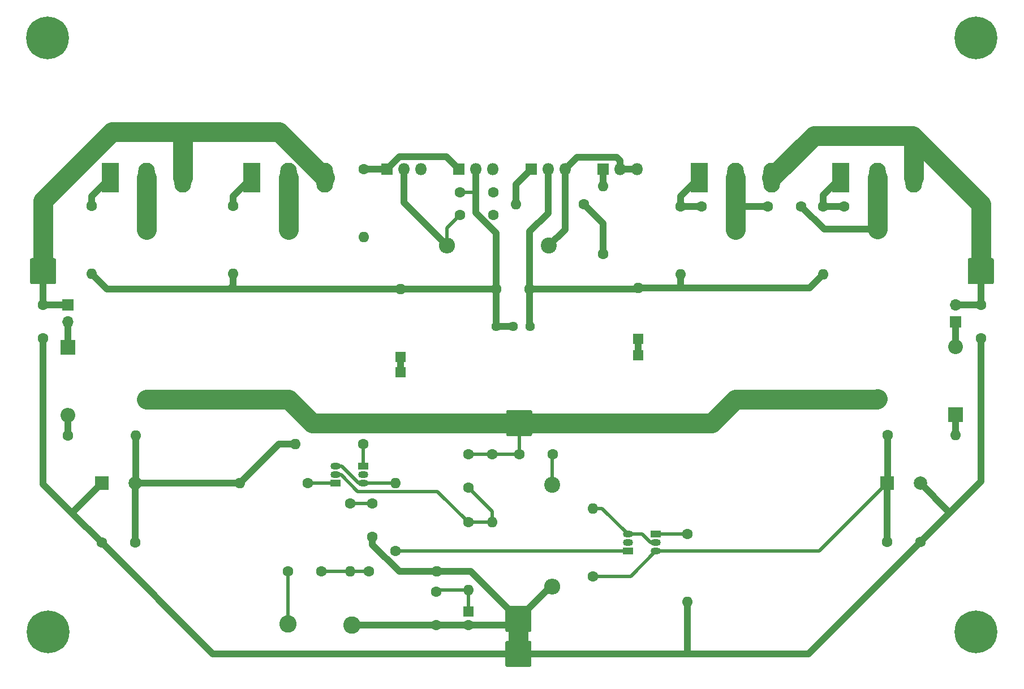
<source format=gbr>
G04 #@! TF.GenerationSoftware,KiCad,Pcbnew,(5.1.10-1-10_14)*
G04 #@! TF.CreationDate,2021-11-16T13:20:34+01:00*
G04 #@! TF.ProjectId,amp-mosfet-160w,616d702d-6d6f-4736-9665-742d31363077,rev?*
G04 #@! TF.SameCoordinates,Original*
G04 #@! TF.FileFunction,Copper,L2,Bot*
G04 #@! TF.FilePolarity,Positive*
%FSLAX46Y46*%
G04 Gerber Fmt 4.6, Leading zero omitted, Abs format (unit mm)*
G04 Created by KiCad (PCBNEW (5.1.10-1-10_14)) date 2021-11-16 13:20:34*
%MOMM*%
%LPD*%
G01*
G04 APERTURE LIST*
G04 #@! TA.AperFunction,ComponentPad*
%ADD10C,1.600000*%
G04 #@! TD*
G04 #@! TA.AperFunction,ComponentPad*
%ADD11C,1.440000*%
G04 #@! TD*
G04 #@! TA.AperFunction,ComponentPad*
%ADD12O,2.400000X2.400000*%
G04 #@! TD*
G04 #@! TA.AperFunction,ComponentPad*
%ADD13C,2.400000*%
G04 #@! TD*
G04 #@! TA.AperFunction,ComponentPad*
%ADD14O,1.600000X1.600000*%
G04 #@! TD*
G04 #@! TA.AperFunction,ComponentPad*
%ADD15O,2.500000X4.500000*%
G04 #@! TD*
G04 #@! TA.AperFunction,ComponentPad*
%ADD16R,2.500000X4.500000*%
G04 #@! TD*
G04 #@! TA.AperFunction,ComponentPad*
%ADD17O,1.800000X1.800000*%
G04 #@! TD*
G04 #@! TA.AperFunction,ComponentPad*
%ADD18R,1.800000X1.800000*%
G04 #@! TD*
G04 #@! TA.AperFunction,ComponentPad*
%ADD19R,1.500000X1.050000*%
G04 #@! TD*
G04 #@! TA.AperFunction,ComponentPad*
%ADD20O,1.500000X1.050000*%
G04 #@! TD*
G04 #@! TA.AperFunction,ComponentPad*
%ADD21C,0.800000*%
G04 #@! TD*
G04 #@! TA.AperFunction,ComponentPad*
%ADD22C,6.400000*%
G04 #@! TD*
G04 #@! TA.AperFunction,ComponentPad*
%ADD23O,1.700000X1.700000*%
G04 #@! TD*
G04 #@! TA.AperFunction,ComponentPad*
%ADD24R,1.700000X1.700000*%
G04 #@! TD*
G04 #@! TA.AperFunction,ComponentPad*
%ADD25C,2.600000*%
G04 #@! TD*
G04 #@! TA.AperFunction,ComponentPad*
%ADD26O,2.200000X2.200000*%
G04 #@! TD*
G04 #@! TA.AperFunction,ComponentPad*
%ADD27R,2.200000X2.200000*%
G04 #@! TD*
G04 #@! TA.AperFunction,ComponentPad*
%ADD28R,1.600000X1.600000*%
G04 #@! TD*
G04 #@! TA.AperFunction,ComponentPad*
%ADD29C,2.000000*%
G04 #@! TD*
G04 #@! TA.AperFunction,ComponentPad*
%ADD30R,2.000000X2.000000*%
G04 #@! TD*
G04 #@! TA.AperFunction,Conductor*
%ADD31C,0.500000*%
G04 #@! TD*
G04 #@! TA.AperFunction,Conductor*
%ADD32C,1.000000*%
G04 #@! TD*
G04 #@! TA.AperFunction,Conductor*
%ADD33C,3.000000*%
G04 #@! TD*
G04 APERTURE END LIST*
D10*
X64897000Y-82550000D03*
X64897000Y-87550000D03*
X205232000Y-87550000D03*
X205232000Y-82550000D03*
D11*
X132715000Y-85725000D03*
X135255000Y-85725000D03*
X137795000Y-85725000D03*
D12*
X189738000Y-96583500D03*
D13*
X189738000Y-71183500D03*
D12*
X168529000Y-96647000D03*
D13*
X168529000Y-71247000D03*
D14*
X160274000Y-77914500D03*
D10*
X160274000Y-67754500D03*
D14*
X181673500Y-77978000D03*
D10*
X181673500Y-67818000D03*
D14*
X135636000Y-67437000D03*
D10*
X145796000Y-67437000D03*
D12*
X141097000Y-124714000D03*
D13*
X141097000Y-109474000D03*
D14*
X78740000Y-102108000D03*
D10*
X68580000Y-102108000D03*
D14*
X201422000Y-101981000D03*
D10*
X191262000Y-101981000D03*
D12*
X101600000Y-71247000D03*
D13*
X101600000Y-96647000D03*
D12*
X80391000Y-71247000D03*
D13*
X80391000Y-96647000D03*
D14*
X93345000Y-77851000D03*
D10*
X93345000Y-67691000D03*
D14*
X72136000Y-77851000D03*
D10*
X72136000Y-67691000D03*
D14*
X112903000Y-72390000D03*
D10*
X112903000Y-62230000D03*
D14*
X132080000Y-115062000D03*
D10*
X132080000Y-104902000D03*
D14*
X128524000Y-125222000D03*
D10*
X128524000Y-115062000D03*
D12*
X125349000Y-73660000D03*
D13*
X140589000Y-73660000D03*
D14*
X148717000Y-64770000D03*
D10*
X148717000Y-74930000D03*
D14*
X94361000Y-109220000D03*
D10*
X104521000Y-109220000D03*
D14*
X117602000Y-109220000D03*
D10*
X117602000Y-119380000D03*
D14*
X147193000Y-112966500D03*
D10*
X147193000Y-123126500D03*
D14*
X102616000Y-103378000D03*
D10*
X112776000Y-103378000D03*
D14*
X161290000Y-127000000D03*
D10*
X161290000Y-116840000D03*
D14*
X110871000Y-122428000D03*
D10*
X110871000Y-112268000D03*
D14*
X123825000Y-122428000D03*
D10*
X113665000Y-122428000D03*
D15*
X195177000Y-63500000D03*
X189727000Y-63500000D03*
D16*
X184277000Y-63500000D03*
D15*
X107039000Y-63500000D03*
X101589000Y-63500000D03*
D16*
X96139000Y-63500000D03*
D17*
X132207000Y-62230000D03*
X129667000Y-62230000D03*
D18*
X127127000Y-62230000D03*
D17*
X143002000Y-62230000D03*
X140462000Y-62230000D03*
D18*
X137922000Y-62230000D03*
D19*
X108648500Y-109220000D03*
D20*
X108648500Y-106680000D03*
X108648500Y-107950000D03*
D19*
X152400000Y-119380000D03*
D20*
X152400000Y-116840000D03*
X152400000Y-118110000D03*
D19*
X156591000Y-116840000D03*
D20*
X156591000Y-119380000D03*
X156591000Y-118110000D03*
D15*
X173968000Y-63500000D03*
X168518000Y-63500000D03*
D16*
X163068000Y-63500000D03*
D15*
X85830000Y-63500000D03*
X80380000Y-63500000D03*
D16*
X74930000Y-63500000D03*
D17*
X153797000Y-62230000D03*
X151257000Y-62230000D03*
D18*
X148717000Y-62230000D03*
D17*
X121412000Y-62230000D03*
X118872000Y-62230000D03*
D18*
X116332000Y-62230000D03*
D19*
X112776000Y-106680000D03*
D20*
X112776000Y-109220000D03*
X112776000Y-107950000D03*
D21*
X206167056Y-129747944D03*
X204470000Y-129045000D03*
X202772944Y-129747944D03*
X202070000Y-131445000D03*
X202772944Y-133142056D03*
X204470000Y-133845000D03*
X206167056Y-133142056D03*
X206870000Y-131445000D03*
D22*
X204470000Y-131445000D03*
D21*
X67310000Y-129747944D03*
X65612944Y-129045000D03*
X63915888Y-129747944D03*
X63212944Y-131445000D03*
X63915888Y-133142056D03*
X65612944Y-133845000D03*
X67310000Y-133142056D03*
X68012944Y-131445000D03*
D22*
X65612944Y-131445000D03*
D21*
X206167056Y-40847944D03*
X204470000Y-40145000D03*
X202772944Y-40847944D03*
X202070000Y-42545000D03*
X202772944Y-44242056D03*
X204470000Y-44945000D03*
X206167056Y-44242056D03*
X206870000Y-42545000D03*
D22*
X204470000Y-42545000D03*
D21*
X67229056Y-40847944D03*
X65532000Y-40145000D03*
X63834944Y-40847944D03*
X63132000Y-42545000D03*
X63834944Y-44242056D03*
X65532000Y-44945000D03*
X67229056Y-44242056D03*
X67932000Y-42545000D03*
D22*
X65532000Y-42545000D03*
D23*
X68580000Y-85090000D03*
D24*
X68580000Y-82550000D03*
D23*
X201422000Y-82550000D03*
D24*
X201422000Y-85090000D03*
G04 #@! TA.AperFunction,ComponentPad*
G36*
G01*
X134067000Y-136446999D02*
X134067000Y-133047001D01*
G75*
G02*
X134317001Y-132797000I250001J0D01*
G01*
X137716999Y-132797000D01*
G75*
G02*
X137967000Y-133047001I0J-250001D01*
G01*
X137967000Y-136446999D01*
G75*
G02*
X137716999Y-136697000I-250001J0D01*
G01*
X134317001Y-136697000D01*
G75*
G02*
X134067000Y-136446999I0J250001D01*
G01*
G37*
G04 #@! TD.AperFunction*
G04 #@! TA.AperFunction,ComponentPad*
G36*
G01*
X134067000Y-131239999D02*
X134067000Y-127840001D01*
G75*
G02*
X134317001Y-127590000I250001J0D01*
G01*
X137716999Y-127590000D01*
G75*
G02*
X137967000Y-127840001I0J-250001D01*
G01*
X137967000Y-131239999D01*
G75*
G02*
X137716999Y-131490000I-250001J0D01*
G01*
X134317001Y-131490000D01*
G75*
G02*
X134067000Y-131239999I0J250001D01*
G01*
G37*
G04 #@! TD.AperFunction*
G04 #@! TA.AperFunction,ComponentPad*
G36*
G01*
X134194000Y-101902999D02*
X134194000Y-98503001D01*
G75*
G02*
X134444001Y-98253000I250001J0D01*
G01*
X137843999Y-98253000D01*
G75*
G02*
X138094000Y-98503001I0J-250001D01*
G01*
X138094000Y-101902999D01*
G75*
G02*
X137843999Y-102153000I-250001J0D01*
G01*
X134444001Y-102153000D01*
G75*
G02*
X134194000Y-101902999I0J250001D01*
G01*
G37*
G04 #@! TD.AperFunction*
G04 #@! TA.AperFunction,ComponentPad*
G36*
G01*
X62947000Y-79169999D02*
X62947000Y-75770001D01*
G75*
G02*
X63197001Y-75520000I250001J0D01*
G01*
X66596999Y-75520000D01*
G75*
G02*
X66847000Y-75770001I0J-250001D01*
G01*
X66847000Y-79169999D01*
G75*
G02*
X66596999Y-79420000I-250001J0D01*
G01*
X63197001Y-79420000D01*
G75*
G02*
X62947000Y-79169999I0J250001D01*
G01*
G37*
G04 #@! TD.AperFunction*
G04 #@! TA.AperFunction,ComponentPad*
G36*
G01*
X203282000Y-79169999D02*
X203282000Y-75770001D01*
G75*
G02*
X203532001Y-75520000I250001J0D01*
G01*
X206931999Y-75520000D01*
G75*
G02*
X207182000Y-75770001I0J-250001D01*
G01*
X207182000Y-79169999D01*
G75*
G02*
X206931999Y-79420000I-250001J0D01*
G01*
X203532001Y-79420000D01*
G75*
G02*
X203282000Y-79169999I0J250001D01*
G01*
G37*
G04 #@! TD.AperFunction*
D25*
X111125000Y-130429000D03*
X101536500Y-130238500D03*
D26*
X68580000Y-99060000D03*
D27*
X68580000Y-88900000D03*
D26*
X201422000Y-88773000D03*
D27*
X201422000Y-98933000D03*
D14*
X118364000Y-80137000D03*
D28*
X118364000Y-90297000D03*
D14*
X118364000Y-100203000D03*
D28*
X118364000Y-92583000D03*
D14*
X153924000Y-100203000D03*
D28*
X153924000Y-90043000D03*
D14*
X153924000Y-80010000D03*
D28*
X153924000Y-87630000D03*
D10*
X184738000Y-67818000D03*
X189738000Y-67818000D03*
X173355000Y-67754500D03*
X178355000Y-67754500D03*
X163465500Y-67754500D03*
X168465500Y-67754500D03*
X141144000Y-104902000D03*
X136144000Y-104902000D03*
D29*
X78660000Y-109220000D03*
D30*
X73660000Y-109220000D03*
D29*
X196198500Y-109220000D03*
D30*
X191198500Y-109220000D03*
D10*
X78660000Y-118110000D03*
X73660000Y-118110000D03*
X196198500Y-117983000D03*
X191198500Y-117983000D03*
X127254000Y-65659000D03*
X132254000Y-65659000D03*
X137715000Y-80137000D03*
X132715000Y-80137000D03*
X123698000Y-130412500D03*
X123698000Y-125412500D03*
X128524000Y-109902000D03*
X128524000Y-104902000D03*
X128524000Y-130429000D03*
D28*
X128524000Y-128429000D03*
D10*
X127254000Y-69088000D03*
X132254000Y-69088000D03*
X114173000Y-117268000D03*
X114173000Y-112268000D03*
X101553000Y-122428000D03*
X106553000Y-122428000D03*
D31*
X101536500Y-122444500D02*
X101553000Y-122428000D01*
X101536500Y-130238500D02*
X101536500Y-122444500D01*
X106553000Y-122428000D02*
X110871000Y-122428000D01*
X110871000Y-122428000D02*
X113665000Y-122428000D01*
D32*
X90297000Y-134747000D02*
X73660000Y-118110000D01*
X136017000Y-134747000D02*
X90297000Y-134747000D01*
D33*
X136017000Y-134747000D02*
X136017000Y-129540000D01*
D32*
X64897000Y-109347000D02*
X64897000Y-87550000D01*
X69215000Y-113665000D02*
X64897000Y-109347000D01*
X73660000Y-109220000D02*
X69215000Y-113665000D01*
X73660000Y-118110000D02*
X69215000Y-113665000D01*
X140843000Y-124714000D02*
X136017000Y-129540000D01*
X141097000Y-124714000D02*
X140843000Y-124714000D01*
X128905000Y-122428000D02*
X123825000Y-122428000D01*
X136017000Y-129540000D02*
X128905000Y-122428000D01*
X114173000Y-118399370D02*
X114173000Y-117268000D01*
X118201630Y-122428000D02*
X114173000Y-118399370D01*
X123825000Y-122428000D02*
X118201630Y-122428000D01*
X111141500Y-130222000D02*
X111125000Y-130238500D01*
X205232000Y-87550000D02*
X205232000Y-108949500D01*
X179434500Y-134747000D02*
X196198500Y-117983000D01*
X200366000Y-113387500D02*
X200366000Y-113815500D01*
X196198500Y-109220000D02*
X200366000Y-113387500D01*
X200366000Y-113815500D02*
X196198500Y-117983000D01*
X205232000Y-108949500D02*
X200366000Y-113815500D01*
X161290000Y-134556500D02*
X161480500Y-134747000D01*
X161290000Y-127000000D02*
X161290000Y-134556500D01*
X161480500Y-134747000D02*
X179434500Y-134747000D01*
X136017000Y-134747000D02*
X161480500Y-134747000D01*
X135128000Y-130429000D02*
X128524000Y-130429000D01*
X136017000Y-129540000D02*
X135128000Y-130429000D01*
X123714500Y-130429000D02*
X123698000Y-130412500D01*
X128524000Y-130429000D02*
X123714500Y-130429000D01*
X111141500Y-130412500D02*
X111125000Y-130429000D01*
X123698000Y-130412500D02*
X111141500Y-130412500D01*
D31*
X110871000Y-112268000D02*
X114173000Y-112268000D01*
D32*
X118872000Y-67183000D02*
X125349000Y-73660000D01*
X118872000Y-62230000D02*
X118872000Y-67183000D01*
D31*
X125349000Y-70993000D02*
X127254000Y-69088000D01*
X125349000Y-73660000D02*
X125349000Y-70993000D01*
D32*
X143002000Y-62230000D02*
X144780000Y-60452000D01*
X151257000Y-60957208D02*
X151257000Y-62230000D01*
X150751792Y-60452000D02*
X151257000Y-60957208D01*
X144780000Y-60452000D02*
X150751792Y-60452000D01*
X151257000Y-62230000D02*
X153797000Y-62230000D01*
X143002000Y-71247000D02*
X140589000Y-73660000D01*
X143002000Y-62230000D02*
X143002000Y-71247000D01*
D31*
X128524000Y-128429000D02*
X128524000Y-125222000D01*
X123888500Y-125222000D02*
X123698000Y-125412500D01*
X128524000Y-125222000D02*
X123888500Y-125222000D01*
X111983503Y-110470001D02*
X109463502Y-107950000D01*
X109463502Y-107950000D02*
X108648500Y-107950000D01*
X123932001Y-110470001D02*
X111983503Y-110470001D01*
X128524000Y-115062000D02*
X123932001Y-110470001D01*
X132080000Y-113458000D02*
X128524000Y-109902000D01*
X132080000Y-115062000D02*
X132080000Y-113458000D01*
X132080000Y-115062000D02*
X128524000Y-115062000D01*
D33*
X80391000Y-96647000D02*
X101600000Y-96647000D01*
X105156000Y-100203000D02*
X101600000Y-96647000D01*
X164973000Y-100203000D02*
X168529000Y-96647000D01*
X136144000Y-100203000D02*
X164973000Y-100203000D01*
X189674500Y-96647000D02*
X189738000Y-96583500D01*
X168529000Y-96647000D02*
X189674500Y-96647000D01*
D31*
X119253000Y-99314000D02*
X118364000Y-100203000D01*
D33*
X118364000Y-100203000D02*
X105156000Y-100203000D01*
X136144000Y-100203000D02*
X118364000Y-100203000D01*
D31*
X136144000Y-100203000D02*
X136144000Y-104902000D01*
X136144000Y-104902000D02*
X132080000Y-104902000D01*
X132080000Y-104902000D02*
X128524000Y-104902000D01*
X160210500Y-77851000D02*
X160274000Y-77914500D01*
X181610000Y-77914500D02*
X181673500Y-77978000D01*
D32*
X160337500Y-77978000D02*
X160274000Y-77914500D01*
X153797000Y-80137000D02*
X153924000Y-80010000D01*
X137715000Y-80137000D02*
X153797000Y-80137000D01*
X179641500Y-80010000D02*
X181673500Y-77978000D01*
X160274000Y-79883000D02*
X160147000Y-80010000D01*
X160274000Y-77914500D02*
X160274000Y-79883000D01*
X160147000Y-80010000D02*
X179641500Y-80010000D01*
X153924000Y-80010000D02*
X160147000Y-80010000D01*
X137715000Y-85645000D02*
X137795000Y-85725000D01*
X137715000Y-80137000D02*
X137715000Y-85645000D01*
X140462000Y-62230000D02*
X140462000Y-68770500D01*
X137715000Y-71517500D02*
X137715000Y-80137000D01*
X140462000Y-68770500D02*
X137715000Y-71517500D01*
X132715000Y-80137000D02*
X118364000Y-80137000D01*
X74422000Y-80137000D02*
X72136000Y-77851000D01*
X93345000Y-77851000D02*
X93345000Y-79629000D01*
X93345000Y-79629000D02*
X92837000Y-80137000D01*
X92837000Y-80137000D02*
X74422000Y-80137000D01*
X118364000Y-80137000D02*
X92837000Y-80137000D01*
X132715000Y-71769002D02*
X132715000Y-80137000D01*
X129667000Y-68721002D02*
X132715000Y-71769002D01*
X132715000Y-80137000D02*
X132715000Y-85725000D01*
X132715000Y-85725000D02*
X135255000Y-85725000D01*
X129667000Y-65659000D02*
X129667000Y-68721002D01*
X129667000Y-62230000D02*
X129667000Y-65659000D01*
D31*
X127254000Y-65659000D02*
X129667000Y-65659000D01*
D32*
X132254000Y-62277000D02*
X132207000Y-62230000D01*
D31*
X112776000Y-106680000D02*
X112776000Y-103378000D01*
D32*
X148717000Y-70358000D02*
X145796000Y-67437000D01*
X148717000Y-74930000D02*
X148717000Y-70358000D01*
X191262000Y-109156500D02*
X191198500Y-109220000D01*
X191262000Y-101981000D02*
X191262000Y-109156500D01*
X191198500Y-109220000D02*
X191198500Y-117983000D01*
D31*
X181038500Y-119380000D02*
X191198500Y-109220000D01*
X156591000Y-119380000D02*
X181038500Y-119380000D01*
X152844500Y-123126500D02*
X156591000Y-119380000D01*
X147193000Y-123126500D02*
X152844500Y-123126500D01*
D32*
X78740000Y-109140000D02*
X78660000Y-109220000D01*
X78740000Y-102108000D02*
X78740000Y-109140000D01*
X78660000Y-118110000D02*
X78660000Y-109220000D01*
X78660000Y-109220000D02*
X94361000Y-109220000D01*
X100203000Y-103378000D02*
X94361000Y-109220000D01*
X102616000Y-103378000D02*
X100203000Y-103378000D01*
D31*
X141097000Y-104949000D02*
X141144000Y-104902000D01*
X141097000Y-109474000D02*
X141097000Y-104949000D01*
D32*
X160274000Y-66294000D02*
X163068000Y-63500000D01*
X160274000Y-67754500D02*
X160274000Y-66294000D01*
X160274000Y-67754500D02*
X163465500Y-67754500D01*
D33*
X168518000Y-71236000D02*
X168529000Y-71247000D01*
X168518000Y-63500000D02*
X168518000Y-71236000D01*
D32*
X173355000Y-67754500D02*
X168465500Y-67754500D01*
D33*
X189727000Y-71172500D02*
X189738000Y-71183500D01*
X189727000Y-63500000D02*
X189727000Y-71172500D01*
D32*
X181784000Y-71183500D02*
X178355000Y-67754500D01*
X189738000Y-71183500D02*
X181784000Y-71183500D01*
X181673500Y-66103500D02*
X184277000Y-63500000D01*
X181673500Y-67818000D02*
X181673500Y-66103500D01*
X181673500Y-67818000D02*
X184738000Y-67818000D01*
X153924000Y-90043000D02*
X153924000Y-87630000D01*
X118364000Y-92583000D02*
X118364000Y-90297000D01*
X201422000Y-85090000D02*
X201422000Y-88773000D01*
X201422000Y-98933000D02*
X201422000Y-101981000D01*
X68580000Y-99060000D02*
X68580000Y-102108000D01*
X68580000Y-88900000D02*
X68580000Y-85090000D01*
D31*
X112776000Y-109220000D02*
X117602000Y-109220000D01*
X109622090Y-106680000D02*
X108648500Y-106680000D01*
X112162090Y-109220000D02*
X109622090Y-106680000D01*
X112776000Y-109220000D02*
X112162090Y-109220000D01*
X104521000Y-109220000D02*
X108648500Y-109220000D01*
D32*
X127127000Y-62230000D02*
X125222000Y-60325000D01*
X118237000Y-60325000D02*
X116332000Y-62230000D01*
X125222000Y-60325000D02*
X118237000Y-60325000D01*
X116332000Y-62230000D02*
X112903000Y-62230000D01*
X148717000Y-64770000D02*
X148717000Y-62230000D01*
X72136000Y-66294000D02*
X74930000Y-63500000D01*
X72136000Y-67691000D02*
X72136000Y-66294000D01*
D31*
X161290000Y-116840000D02*
X156591000Y-116840000D01*
X148526500Y-112966500D02*
X152400000Y-116840000D01*
X147193000Y-112966500D02*
X148526500Y-112966500D01*
X155775998Y-118110000D02*
X154505998Y-116840000D01*
X156591000Y-118110000D02*
X155775998Y-118110000D01*
X154505998Y-116840000D02*
X152400000Y-116840000D01*
X152400000Y-119380000D02*
X146748500Y-119380000D01*
X146748500Y-119380000D02*
X147066000Y-119380000D01*
X117602000Y-119380000D02*
X146748500Y-119380000D01*
D32*
X135636000Y-64516000D02*
X137922000Y-62230000D01*
X135636000Y-67437000D02*
X135636000Y-64516000D01*
X93345000Y-66294000D02*
X96139000Y-63500000D01*
X93345000Y-67691000D02*
X93345000Y-66294000D01*
D33*
X205232000Y-77470000D02*
X205232000Y-67437000D01*
X205232000Y-67437000D02*
X195008500Y-57213500D01*
X180254500Y-57213500D02*
X173968000Y-63500000D01*
X195008500Y-57213500D02*
X180254500Y-57213500D01*
X195177000Y-57382000D02*
X195008500Y-57213500D01*
X195177000Y-63500000D02*
X195177000Y-57382000D01*
D32*
X205232000Y-82550000D02*
X205232000Y-77470000D01*
X205232000Y-82550000D02*
X201422000Y-82550000D01*
D33*
X64897000Y-66972998D02*
X75227998Y-56642000D01*
X64897000Y-77470000D02*
X64897000Y-66972998D01*
X100181000Y-56642000D02*
X107039000Y-63500000D01*
X85830000Y-56918000D02*
X86106000Y-56642000D01*
X86106000Y-56642000D02*
X100181000Y-56642000D01*
X85830000Y-63500000D02*
X85830000Y-56918000D01*
X75227998Y-56642000D02*
X86106000Y-56642000D01*
D32*
X64897000Y-77470000D02*
X64897000Y-82550000D01*
X68580000Y-82550000D02*
X64897000Y-82550000D01*
D33*
X80380000Y-71236000D02*
X80391000Y-71247000D01*
X80380000Y-63500000D02*
X80380000Y-71236000D01*
X101589000Y-71236000D02*
X101600000Y-71247000D01*
X101589000Y-63500000D02*
X101589000Y-71236000D01*
M02*

</source>
